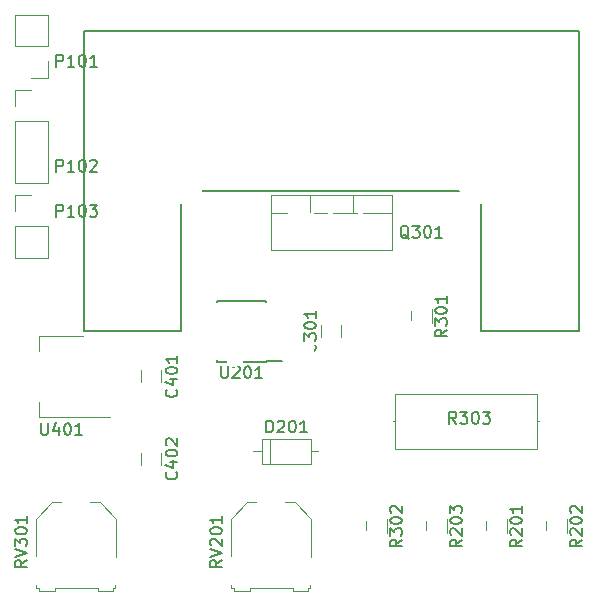
<source format=gto>
G04 #@! TF.FileFunction,Legend,Top*
%FSLAX46Y46*%
G04 Gerber Fmt 4.6, Leading zero omitted, Abs format (unit mm)*
G04 Created by KiCad (PCBNEW 4.0.5) date Wed Mar  1 21:50:55 2017*
%MOMM*%
%LPD*%
G01*
G04 APERTURE LIST*
%ADD10C,0.150000*%
%ADD11C,0.120000*%
%ADD12R,1.650000X1.900000*%
%ADD13R,2.000000X2.000000*%
%ADD14O,2.000000X2.000000*%
%ADD15R,2.100000X2.100000*%
%ADD16O,2.100000X2.100000*%
%ADD17R,2.200000X2.200000*%
%ADD18O,2.200000X2.200000*%
%ADD19R,1.700000X1.900000*%
%ADD20C,2.800000*%
%ADD21O,2.800000X2.800000*%
%ADD22C,2.900000*%
%ADD23R,1.950000X1.000000*%
%ADD24R,2.400000X4.200000*%
%ADD25R,2.400000X1.900000*%
%ADD26C,3.956000*%
%ADD27C,1.289000*%
%ADD28C,1.543000*%
G04 APERTURE END LIST*
D10*
D11*
X136310000Y-71890000D02*
X136310000Y-72890000D01*
X138010000Y-72890000D02*
X138010000Y-71890000D01*
X122770000Y-76700000D02*
X122770000Y-75700000D01*
X121070000Y-75700000D02*
X121070000Y-76700000D01*
X122770000Y-83685000D02*
X122770000Y-82685000D01*
X121070000Y-82685000D02*
X121070000Y-83685000D01*
X131290000Y-81490000D02*
X131290000Y-83610000D01*
X131290000Y-83610000D02*
X135410000Y-83610000D01*
X135410000Y-83610000D02*
X135410000Y-81490000D01*
X135410000Y-81490000D02*
X131290000Y-81490000D01*
X130520000Y-82550000D02*
X131290000Y-82550000D01*
X136180000Y-82550000D02*
X135410000Y-82550000D01*
X131950000Y-81490000D02*
X131950000Y-83610000D01*
X113150000Y-48260000D02*
X113150000Y-45600000D01*
X113150000Y-45600000D02*
X110370000Y-45600000D01*
X110370000Y-45600000D02*
X110370000Y-48260000D01*
X110370000Y-48260000D02*
X113150000Y-48260000D01*
X113150000Y-49530000D02*
X113150000Y-50920000D01*
X113150000Y-50920000D02*
X111760000Y-50920000D01*
X110370000Y-54610000D02*
X110370000Y-59810000D01*
X110370000Y-59810000D02*
X113150000Y-59810000D01*
X113150000Y-59810000D02*
X113150000Y-54610000D01*
X113150000Y-54610000D02*
X110370000Y-54610000D01*
X110370000Y-53340000D02*
X110370000Y-51950000D01*
X110370000Y-51950000D02*
X111760000Y-51950000D01*
X110370000Y-63500000D02*
X110370000Y-66160000D01*
X110370000Y-66160000D02*
X113150000Y-66160000D01*
X113150000Y-66160000D02*
X113150000Y-63500000D01*
X113150000Y-63500000D02*
X110370000Y-63500000D01*
X110370000Y-62230000D02*
X110370000Y-60840000D01*
X110370000Y-60840000D02*
X111760000Y-60840000D01*
X132040000Y-60880000D02*
X142280000Y-60880000D01*
X132040000Y-65521000D02*
X142280000Y-65521000D01*
X132040000Y-60880000D02*
X132040000Y-65521000D01*
X142280000Y-60880000D02*
X142280000Y-65521000D01*
X132040000Y-62390000D02*
X142280000Y-62390000D01*
X135310000Y-60880000D02*
X135310000Y-62390000D01*
X139011000Y-60880000D02*
X139011000Y-62390000D01*
X150250000Y-89500000D02*
X150250000Y-88300000D01*
X152010000Y-88300000D02*
X152010000Y-89500000D01*
X155330000Y-89500000D02*
X155330000Y-88300000D01*
X157090000Y-88300000D02*
X157090000Y-89500000D01*
X145170000Y-89500000D02*
X145170000Y-88300000D01*
X146930000Y-88300000D02*
X146930000Y-89500000D01*
X143900000Y-71720000D02*
X143900000Y-70520000D01*
X145660000Y-70520000D02*
X145660000Y-71720000D01*
X140090000Y-89500000D02*
X140090000Y-88300000D01*
X141850000Y-88300000D02*
X141850000Y-89500000D01*
X142580000Y-77700000D02*
X142580000Y-82320000D01*
X142580000Y-82320000D02*
X154600000Y-82320000D01*
X154600000Y-82320000D02*
X154600000Y-77700000D01*
X154600000Y-77700000D02*
X142580000Y-77700000D01*
X142350000Y-80010000D02*
X142580000Y-80010000D01*
X154830000Y-80010000D02*
X154600000Y-80010000D01*
X135390000Y-93860000D02*
X135390000Y-94110000D01*
X135390000Y-94110000D02*
X135140000Y-94110000D01*
X135140000Y-94110000D02*
X135140000Y-94360000D01*
X135140000Y-94360000D02*
X133890000Y-94360000D01*
X133890000Y-94360000D02*
X133890000Y-94110000D01*
X133890000Y-94110000D02*
X130240000Y-94110000D01*
X130240000Y-94110000D02*
X130240000Y-94360000D01*
X130240000Y-94360000D02*
X128940000Y-94360000D01*
X128940000Y-94360000D02*
X128940000Y-94110000D01*
X128940000Y-94110000D02*
X128640000Y-94110000D01*
X128640000Y-94110000D02*
X128640000Y-93860000D01*
X133190000Y-86810000D02*
X134090000Y-86810000D01*
X134090000Y-86810000D02*
X135440000Y-88310000D01*
X135440000Y-88310000D02*
X135440000Y-91610000D01*
X128640000Y-91610000D02*
X128640000Y-88260000D01*
X128640000Y-88260000D02*
X129990000Y-86810000D01*
X129990000Y-86810000D02*
X130890000Y-86810000D01*
X118880000Y-93860000D02*
X118880000Y-94110000D01*
X118880000Y-94110000D02*
X118630000Y-94110000D01*
X118630000Y-94110000D02*
X118630000Y-94360000D01*
X118630000Y-94360000D02*
X117380000Y-94360000D01*
X117380000Y-94360000D02*
X117380000Y-94110000D01*
X117380000Y-94110000D02*
X113730000Y-94110000D01*
X113730000Y-94110000D02*
X113730000Y-94360000D01*
X113730000Y-94360000D02*
X112430000Y-94360000D01*
X112430000Y-94360000D02*
X112430000Y-94110000D01*
X112430000Y-94110000D02*
X112130000Y-94110000D01*
X112130000Y-94110000D02*
X112130000Y-93860000D01*
X116680000Y-86810000D02*
X117580000Y-86810000D01*
X117580000Y-86810000D02*
X118930000Y-88310000D01*
X118930000Y-88310000D02*
X118930000Y-91610000D01*
X112130000Y-91610000D02*
X112130000Y-88260000D01*
X112130000Y-88260000D02*
X113480000Y-86810000D01*
X113480000Y-86810000D02*
X114380000Y-86810000D01*
D10*
X131615000Y-74965000D02*
X131615000Y-74915000D01*
X127465000Y-74965000D02*
X127465000Y-74820000D01*
X127465000Y-69815000D02*
X127465000Y-69960000D01*
X131615000Y-69815000D02*
X131615000Y-69960000D01*
X131615000Y-74965000D02*
X127465000Y-74965000D01*
X131615000Y-69815000D02*
X127465000Y-69815000D01*
X131615000Y-74915000D02*
X133015000Y-74915000D01*
D11*
X112390000Y-72790000D02*
X112390000Y-74050000D01*
X112390000Y-79610000D02*
X112390000Y-78350000D01*
X116150000Y-72790000D02*
X112390000Y-72790000D01*
X118400000Y-79610000D02*
X112390000Y-79610000D01*
D10*
X124460000Y-61214000D02*
X124460000Y-72390000D01*
X124460000Y-72390000D02*
X116205000Y-72390000D01*
X116205000Y-72390000D02*
X116205000Y-46990000D01*
X116205000Y-46990000D02*
X158115000Y-46990000D01*
X148590000Y-60477400D02*
X125780800Y-60477400D01*
X158115000Y-46990000D02*
X158115000Y-72390000D01*
X158115000Y-72390000D02*
X149860000Y-72390000D01*
X149860000Y-72390000D02*
X149860000Y-61595000D01*
X135767143Y-73509047D02*
X135814762Y-73556666D01*
X135862381Y-73699523D01*
X135862381Y-73794761D01*
X135814762Y-73937619D01*
X135719524Y-74032857D01*
X135624286Y-74080476D01*
X135433810Y-74128095D01*
X135290952Y-74128095D01*
X135100476Y-74080476D01*
X135005238Y-74032857D01*
X134910000Y-73937619D01*
X134862381Y-73794761D01*
X134862381Y-73699523D01*
X134910000Y-73556666D01*
X134957619Y-73509047D01*
X134862381Y-73175714D02*
X134862381Y-72556666D01*
X135243333Y-72890000D01*
X135243333Y-72747142D01*
X135290952Y-72651904D01*
X135338571Y-72604285D01*
X135433810Y-72556666D01*
X135671905Y-72556666D01*
X135767143Y-72604285D01*
X135814762Y-72651904D01*
X135862381Y-72747142D01*
X135862381Y-73032857D01*
X135814762Y-73128095D01*
X135767143Y-73175714D01*
X134862381Y-71937619D02*
X134862381Y-71842380D01*
X134910000Y-71747142D01*
X134957619Y-71699523D01*
X135052857Y-71651904D01*
X135243333Y-71604285D01*
X135481429Y-71604285D01*
X135671905Y-71651904D01*
X135767143Y-71699523D01*
X135814762Y-71747142D01*
X135862381Y-71842380D01*
X135862381Y-71937619D01*
X135814762Y-72032857D01*
X135767143Y-72080476D01*
X135671905Y-72128095D01*
X135481429Y-72175714D01*
X135243333Y-72175714D01*
X135052857Y-72128095D01*
X134957619Y-72080476D01*
X134910000Y-72032857D01*
X134862381Y-71937619D01*
X135862381Y-70651904D02*
X135862381Y-71223333D01*
X135862381Y-70937619D02*
X134862381Y-70937619D01*
X135005238Y-71032857D01*
X135100476Y-71128095D01*
X135148095Y-71223333D01*
X124027143Y-77319047D02*
X124074762Y-77366666D01*
X124122381Y-77509523D01*
X124122381Y-77604761D01*
X124074762Y-77747619D01*
X123979524Y-77842857D01*
X123884286Y-77890476D01*
X123693810Y-77938095D01*
X123550952Y-77938095D01*
X123360476Y-77890476D01*
X123265238Y-77842857D01*
X123170000Y-77747619D01*
X123122381Y-77604761D01*
X123122381Y-77509523D01*
X123170000Y-77366666D01*
X123217619Y-77319047D01*
X123455714Y-76461904D02*
X124122381Y-76461904D01*
X123074762Y-76700000D02*
X123789048Y-76938095D01*
X123789048Y-76319047D01*
X123122381Y-75747619D02*
X123122381Y-75652380D01*
X123170000Y-75557142D01*
X123217619Y-75509523D01*
X123312857Y-75461904D01*
X123503333Y-75414285D01*
X123741429Y-75414285D01*
X123931905Y-75461904D01*
X124027143Y-75509523D01*
X124074762Y-75557142D01*
X124122381Y-75652380D01*
X124122381Y-75747619D01*
X124074762Y-75842857D01*
X124027143Y-75890476D01*
X123931905Y-75938095D01*
X123741429Y-75985714D01*
X123503333Y-75985714D01*
X123312857Y-75938095D01*
X123217619Y-75890476D01*
X123170000Y-75842857D01*
X123122381Y-75747619D01*
X124122381Y-74461904D02*
X124122381Y-75033333D01*
X124122381Y-74747619D02*
X123122381Y-74747619D01*
X123265238Y-74842857D01*
X123360476Y-74938095D01*
X123408095Y-75033333D01*
X124027143Y-84304047D02*
X124074762Y-84351666D01*
X124122381Y-84494523D01*
X124122381Y-84589761D01*
X124074762Y-84732619D01*
X123979524Y-84827857D01*
X123884286Y-84875476D01*
X123693810Y-84923095D01*
X123550952Y-84923095D01*
X123360476Y-84875476D01*
X123265238Y-84827857D01*
X123170000Y-84732619D01*
X123122381Y-84589761D01*
X123122381Y-84494523D01*
X123170000Y-84351666D01*
X123217619Y-84304047D01*
X123455714Y-83446904D02*
X124122381Y-83446904D01*
X123074762Y-83685000D02*
X123789048Y-83923095D01*
X123789048Y-83304047D01*
X123122381Y-82732619D02*
X123122381Y-82637380D01*
X123170000Y-82542142D01*
X123217619Y-82494523D01*
X123312857Y-82446904D01*
X123503333Y-82399285D01*
X123741429Y-82399285D01*
X123931905Y-82446904D01*
X124027143Y-82494523D01*
X124074762Y-82542142D01*
X124122381Y-82637380D01*
X124122381Y-82732619D01*
X124074762Y-82827857D01*
X124027143Y-82875476D01*
X123931905Y-82923095D01*
X123741429Y-82970714D01*
X123503333Y-82970714D01*
X123312857Y-82923095D01*
X123217619Y-82875476D01*
X123170000Y-82827857D01*
X123122381Y-82732619D01*
X123217619Y-82018333D02*
X123170000Y-81970714D01*
X123122381Y-81875476D01*
X123122381Y-81637380D01*
X123170000Y-81542142D01*
X123217619Y-81494523D01*
X123312857Y-81446904D01*
X123408095Y-81446904D01*
X123550952Y-81494523D01*
X124122381Y-82065952D01*
X124122381Y-81446904D01*
X131659524Y-80942381D02*
X131659524Y-79942381D01*
X131897619Y-79942381D01*
X132040477Y-79990000D01*
X132135715Y-80085238D01*
X132183334Y-80180476D01*
X132230953Y-80370952D01*
X132230953Y-80513810D01*
X132183334Y-80704286D01*
X132135715Y-80799524D01*
X132040477Y-80894762D01*
X131897619Y-80942381D01*
X131659524Y-80942381D01*
X132611905Y-80037619D02*
X132659524Y-79990000D01*
X132754762Y-79942381D01*
X132992858Y-79942381D01*
X133088096Y-79990000D01*
X133135715Y-80037619D01*
X133183334Y-80132857D01*
X133183334Y-80228095D01*
X133135715Y-80370952D01*
X132564286Y-80942381D01*
X133183334Y-80942381D01*
X133802381Y-79942381D02*
X133897620Y-79942381D01*
X133992858Y-79990000D01*
X134040477Y-80037619D01*
X134088096Y-80132857D01*
X134135715Y-80323333D01*
X134135715Y-80561429D01*
X134088096Y-80751905D01*
X134040477Y-80847143D01*
X133992858Y-80894762D01*
X133897620Y-80942381D01*
X133802381Y-80942381D01*
X133707143Y-80894762D01*
X133659524Y-80847143D01*
X133611905Y-80751905D01*
X133564286Y-80561429D01*
X133564286Y-80323333D01*
X133611905Y-80132857D01*
X133659524Y-80037619D01*
X133707143Y-79990000D01*
X133802381Y-79942381D01*
X135088096Y-80942381D02*
X134516667Y-80942381D01*
X134802381Y-80942381D02*
X134802381Y-79942381D01*
X134707143Y-80085238D01*
X134611905Y-80180476D01*
X134516667Y-80228095D01*
X113879524Y-49982381D02*
X113879524Y-48982381D01*
X114260477Y-48982381D01*
X114355715Y-49030000D01*
X114403334Y-49077619D01*
X114450953Y-49172857D01*
X114450953Y-49315714D01*
X114403334Y-49410952D01*
X114355715Y-49458571D01*
X114260477Y-49506190D01*
X113879524Y-49506190D01*
X115403334Y-49982381D02*
X114831905Y-49982381D01*
X115117619Y-49982381D02*
X115117619Y-48982381D01*
X115022381Y-49125238D01*
X114927143Y-49220476D01*
X114831905Y-49268095D01*
X116022381Y-48982381D02*
X116117620Y-48982381D01*
X116212858Y-49030000D01*
X116260477Y-49077619D01*
X116308096Y-49172857D01*
X116355715Y-49363333D01*
X116355715Y-49601429D01*
X116308096Y-49791905D01*
X116260477Y-49887143D01*
X116212858Y-49934762D01*
X116117620Y-49982381D01*
X116022381Y-49982381D01*
X115927143Y-49934762D01*
X115879524Y-49887143D01*
X115831905Y-49791905D01*
X115784286Y-49601429D01*
X115784286Y-49363333D01*
X115831905Y-49172857D01*
X115879524Y-49077619D01*
X115927143Y-49030000D01*
X116022381Y-48982381D01*
X117308096Y-49982381D02*
X116736667Y-49982381D01*
X117022381Y-49982381D02*
X117022381Y-48982381D01*
X116927143Y-49125238D01*
X116831905Y-49220476D01*
X116736667Y-49268095D01*
X113879524Y-58872381D02*
X113879524Y-57872381D01*
X114260477Y-57872381D01*
X114355715Y-57920000D01*
X114403334Y-57967619D01*
X114450953Y-58062857D01*
X114450953Y-58205714D01*
X114403334Y-58300952D01*
X114355715Y-58348571D01*
X114260477Y-58396190D01*
X113879524Y-58396190D01*
X115403334Y-58872381D02*
X114831905Y-58872381D01*
X115117619Y-58872381D02*
X115117619Y-57872381D01*
X115022381Y-58015238D01*
X114927143Y-58110476D01*
X114831905Y-58158095D01*
X116022381Y-57872381D02*
X116117620Y-57872381D01*
X116212858Y-57920000D01*
X116260477Y-57967619D01*
X116308096Y-58062857D01*
X116355715Y-58253333D01*
X116355715Y-58491429D01*
X116308096Y-58681905D01*
X116260477Y-58777143D01*
X116212858Y-58824762D01*
X116117620Y-58872381D01*
X116022381Y-58872381D01*
X115927143Y-58824762D01*
X115879524Y-58777143D01*
X115831905Y-58681905D01*
X115784286Y-58491429D01*
X115784286Y-58253333D01*
X115831905Y-58062857D01*
X115879524Y-57967619D01*
X115927143Y-57920000D01*
X116022381Y-57872381D01*
X116736667Y-57967619D02*
X116784286Y-57920000D01*
X116879524Y-57872381D01*
X117117620Y-57872381D01*
X117212858Y-57920000D01*
X117260477Y-57967619D01*
X117308096Y-58062857D01*
X117308096Y-58158095D01*
X117260477Y-58300952D01*
X116689048Y-58872381D01*
X117308096Y-58872381D01*
X113879524Y-62682381D02*
X113879524Y-61682381D01*
X114260477Y-61682381D01*
X114355715Y-61730000D01*
X114403334Y-61777619D01*
X114450953Y-61872857D01*
X114450953Y-62015714D01*
X114403334Y-62110952D01*
X114355715Y-62158571D01*
X114260477Y-62206190D01*
X113879524Y-62206190D01*
X115403334Y-62682381D02*
X114831905Y-62682381D01*
X115117619Y-62682381D02*
X115117619Y-61682381D01*
X115022381Y-61825238D01*
X114927143Y-61920476D01*
X114831905Y-61968095D01*
X116022381Y-61682381D02*
X116117620Y-61682381D01*
X116212858Y-61730000D01*
X116260477Y-61777619D01*
X116308096Y-61872857D01*
X116355715Y-62063333D01*
X116355715Y-62301429D01*
X116308096Y-62491905D01*
X116260477Y-62587143D01*
X116212858Y-62634762D01*
X116117620Y-62682381D01*
X116022381Y-62682381D01*
X115927143Y-62634762D01*
X115879524Y-62587143D01*
X115831905Y-62491905D01*
X115784286Y-62301429D01*
X115784286Y-62063333D01*
X115831905Y-61872857D01*
X115879524Y-61777619D01*
X115927143Y-61730000D01*
X116022381Y-61682381D01*
X116689048Y-61682381D02*
X117308096Y-61682381D01*
X116974762Y-62063333D01*
X117117620Y-62063333D01*
X117212858Y-62110952D01*
X117260477Y-62158571D01*
X117308096Y-62253810D01*
X117308096Y-62491905D01*
X117260477Y-62587143D01*
X117212858Y-62634762D01*
X117117620Y-62682381D01*
X116831905Y-62682381D01*
X116736667Y-62634762D01*
X116689048Y-62587143D01*
X143732381Y-64555619D02*
X143637143Y-64508000D01*
X143541905Y-64412762D01*
X143399048Y-64269905D01*
X143303809Y-64222286D01*
X143208571Y-64222286D01*
X143256190Y-64460381D02*
X143160952Y-64412762D01*
X143065714Y-64317524D01*
X143018095Y-64127048D01*
X143018095Y-63793714D01*
X143065714Y-63603238D01*
X143160952Y-63508000D01*
X143256190Y-63460381D01*
X143446667Y-63460381D01*
X143541905Y-63508000D01*
X143637143Y-63603238D01*
X143684762Y-63793714D01*
X143684762Y-64127048D01*
X143637143Y-64317524D01*
X143541905Y-64412762D01*
X143446667Y-64460381D01*
X143256190Y-64460381D01*
X144018095Y-63460381D02*
X144637143Y-63460381D01*
X144303809Y-63841333D01*
X144446667Y-63841333D01*
X144541905Y-63888952D01*
X144589524Y-63936571D01*
X144637143Y-64031810D01*
X144637143Y-64269905D01*
X144589524Y-64365143D01*
X144541905Y-64412762D01*
X144446667Y-64460381D01*
X144160952Y-64460381D01*
X144065714Y-64412762D01*
X144018095Y-64365143D01*
X145256190Y-63460381D02*
X145351429Y-63460381D01*
X145446667Y-63508000D01*
X145494286Y-63555619D01*
X145541905Y-63650857D01*
X145589524Y-63841333D01*
X145589524Y-64079429D01*
X145541905Y-64269905D01*
X145494286Y-64365143D01*
X145446667Y-64412762D01*
X145351429Y-64460381D01*
X145256190Y-64460381D01*
X145160952Y-64412762D01*
X145113333Y-64365143D01*
X145065714Y-64269905D01*
X145018095Y-64079429D01*
X145018095Y-63841333D01*
X145065714Y-63650857D01*
X145113333Y-63555619D01*
X145160952Y-63508000D01*
X145256190Y-63460381D01*
X146541905Y-64460381D02*
X145970476Y-64460381D01*
X146256190Y-64460381D02*
X146256190Y-63460381D01*
X146160952Y-63603238D01*
X146065714Y-63698476D01*
X145970476Y-63746095D01*
X153282381Y-90019047D02*
X152806190Y-90352381D01*
X153282381Y-90590476D02*
X152282381Y-90590476D01*
X152282381Y-90209523D01*
X152330000Y-90114285D01*
X152377619Y-90066666D01*
X152472857Y-90019047D01*
X152615714Y-90019047D01*
X152710952Y-90066666D01*
X152758571Y-90114285D01*
X152806190Y-90209523D01*
X152806190Y-90590476D01*
X152377619Y-89638095D02*
X152330000Y-89590476D01*
X152282381Y-89495238D01*
X152282381Y-89257142D01*
X152330000Y-89161904D01*
X152377619Y-89114285D01*
X152472857Y-89066666D01*
X152568095Y-89066666D01*
X152710952Y-89114285D01*
X153282381Y-89685714D01*
X153282381Y-89066666D01*
X152282381Y-88447619D02*
X152282381Y-88352380D01*
X152330000Y-88257142D01*
X152377619Y-88209523D01*
X152472857Y-88161904D01*
X152663333Y-88114285D01*
X152901429Y-88114285D01*
X153091905Y-88161904D01*
X153187143Y-88209523D01*
X153234762Y-88257142D01*
X153282381Y-88352380D01*
X153282381Y-88447619D01*
X153234762Y-88542857D01*
X153187143Y-88590476D01*
X153091905Y-88638095D01*
X152901429Y-88685714D01*
X152663333Y-88685714D01*
X152472857Y-88638095D01*
X152377619Y-88590476D01*
X152330000Y-88542857D01*
X152282381Y-88447619D01*
X153282381Y-87161904D02*
X153282381Y-87733333D01*
X153282381Y-87447619D02*
X152282381Y-87447619D01*
X152425238Y-87542857D01*
X152520476Y-87638095D01*
X152568095Y-87733333D01*
X158362381Y-90019047D02*
X157886190Y-90352381D01*
X158362381Y-90590476D02*
X157362381Y-90590476D01*
X157362381Y-90209523D01*
X157410000Y-90114285D01*
X157457619Y-90066666D01*
X157552857Y-90019047D01*
X157695714Y-90019047D01*
X157790952Y-90066666D01*
X157838571Y-90114285D01*
X157886190Y-90209523D01*
X157886190Y-90590476D01*
X157457619Y-89638095D02*
X157410000Y-89590476D01*
X157362381Y-89495238D01*
X157362381Y-89257142D01*
X157410000Y-89161904D01*
X157457619Y-89114285D01*
X157552857Y-89066666D01*
X157648095Y-89066666D01*
X157790952Y-89114285D01*
X158362381Y-89685714D01*
X158362381Y-89066666D01*
X157362381Y-88447619D02*
X157362381Y-88352380D01*
X157410000Y-88257142D01*
X157457619Y-88209523D01*
X157552857Y-88161904D01*
X157743333Y-88114285D01*
X157981429Y-88114285D01*
X158171905Y-88161904D01*
X158267143Y-88209523D01*
X158314762Y-88257142D01*
X158362381Y-88352380D01*
X158362381Y-88447619D01*
X158314762Y-88542857D01*
X158267143Y-88590476D01*
X158171905Y-88638095D01*
X157981429Y-88685714D01*
X157743333Y-88685714D01*
X157552857Y-88638095D01*
X157457619Y-88590476D01*
X157410000Y-88542857D01*
X157362381Y-88447619D01*
X157457619Y-87733333D02*
X157410000Y-87685714D01*
X157362381Y-87590476D01*
X157362381Y-87352380D01*
X157410000Y-87257142D01*
X157457619Y-87209523D01*
X157552857Y-87161904D01*
X157648095Y-87161904D01*
X157790952Y-87209523D01*
X158362381Y-87780952D01*
X158362381Y-87161904D01*
X148202381Y-90019047D02*
X147726190Y-90352381D01*
X148202381Y-90590476D02*
X147202381Y-90590476D01*
X147202381Y-90209523D01*
X147250000Y-90114285D01*
X147297619Y-90066666D01*
X147392857Y-90019047D01*
X147535714Y-90019047D01*
X147630952Y-90066666D01*
X147678571Y-90114285D01*
X147726190Y-90209523D01*
X147726190Y-90590476D01*
X147297619Y-89638095D02*
X147250000Y-89590476D01*
X147202381Y-89495238D01*
X147202381Y-89257142D01*
X147250000Y-89161904D01*
X147297619Y-89114285D01*
X147392857Y-89066666D01*
X147488095Y-89066666D01*
X147630952Y-89114285D01*
X148202381Y-89685714D01*
X148202381Y-89066666D01*
X147202381Y-88447619D02*
X147202381Y-88352380D01*
X147250000Y-88257142D01*
X147297619Y-88209523D01*
X147392857Y-88161904D01*
X147583333Y-88114285D01*
X147821429Y-88114285D01*
X148011905Y-88161904D01*
X148107143Y-88209523D01*
X148154762Y-88257142D01*
X148202381Y-88352380D01*
X148202381Y-88447619D01*
X148154762Y-88542857D01*
X148107143Y-88590476D01*
X148011905Y-88638095D01*
X147821429Y-88685714D01*
X147583333Y-88685714D01*
X147392857Y-88638095D01*
X147297619Y-88590476D01*
X147250000Y-88542857D01*
X147202381Y-88447619D01*
X147202381Y-87780952D02*
X147202381Y-87161904D01*
X147583333Y-87495238D01*
X147583333Y-87352380D01*
X147630952Y-87257142D01*
X147678571Y-87209523D01*
X147773810Y-87161904D01*
X148011905Y-87161904D01*
X148107143Y-87209523D01*
X148154762Y-87257142D01*
X148202381Y-87352380D01*
X148202381Y-87638095D01*
X148154762Y-87733333D01*
X148107143Y-87780952D01*
X146932381Y-72239047D02*
X146456190Y-72572381D01*
X146932381Y-72810476D02*
X145932381Y-72810476D01*
X145932381Y-72429523D01*
X145980000Y-72334285D01*
X146027619Y-72286666D01*
X146122857Y-72239047D01*
X146265714Y-72239047D01*
X146360952Y-72286666D01*
X146408571Y-72334285D01*
X146456190Y-72429523D01*
X146456190Y-72810476D01*
X145932381Y-71905714D02*
X145932381Y-71286666D01*
X146313333Y-71620000D01*
X146313333Y-71477142D01*
X146360952Y-71381904D01*
X146408571Y-71334285D01*
X146503810Y-71286666D01*
X146741905Y-71286666D01*
X146837143Y-71334285D01*
X146884762Y-71381904D01*
X146932381Y-71477142D01*
X146932381Y-71762857D01*
X146884762Y-71858095D01*
X146837143Y-71905714D01*
X145932381Y-70667619D02*
X145932381Y-70572380D01*
X145980000Y-70477142D01*
X146027619Y-70429523D01*
X146122857Y-70381904D01*
X146313333Y-70334285D01*
X146551429Y-70334285D01*
X146741905Y-70381904D01*
X146837143Y-70429523D01*
X146884762Y-70477142D01*
X146932381Y-70572380D01*
X146932381Y-70667619D01*
X146884762Y-70762857D01*
X146837143Y-70810476D01*
X146741905Y-70858095D01*
X146551429Y-70905714D01*
X146313333Y-70905714D01*
X146122857Y-70858095D01*
X146027619Y-70810476D01*
X145980000Y-70762857D01*
X145932381Y-70667619D01*
X146932381Y-69381904D02*
X146932381Y-69953333D01*
X146932381Y-69667619D02*
X145932381Y-69667619D01*
X146075238Y-69762857D01*
X146170476Y-69858095D01*
X146218095Y-69953333D01*
X143122381Y-90019047D02*
X142646190Y-90352381D01*
X143122381Y-90590476D02*
X142122381Y-90590476D01*
X142122381Y-90209523D01*
X142170000Y-90114285D01*
X142217619Y-90066666D01*
X142312857Y-90019047D01*
X142455714Y-90019047D01*
X142550952Y-90066666D01*
X142598571Y-90114285D01*
X142646190Y-90209523D01*
X142646190Y-90590476D01*
X142122381Y-89685714D02*
X142122381Y-89066666D01*
X142503333Y-89400000D01*
X142503333Y-89257142D01*
X142550952Y-89161904D01*
X142598571Y-89114285D01*
X142693810Y-89066666D01*
X142931905Y-89066666D01*
X143027143Y-89114285D01*
X143074762Y-89161904D01*
X143122381Y-89257142D01*
X143122381Y-89542857D01*
X143074762Y-89638095D01*
X143027143Y-89685714D01*
X142122381Y-88447619D02*
X142122381Y-88352380D01*
X142170000Y-88257142D01*
X142217619Y-88209523D01*
X142312857Y-88161904D01*
X142503333Y-88114285D01*
X142741429Y-88114285D01*
X142931905Y-88161904D01*
X143027143Y-88209523D01*
X143074762Y-88257142D01*
X143122381Y-88352380D01*
X143122381Y-88447619D01*
X143074762Y-88542857D01*
X143027143Y-88590476D01*
X142931905Y-88638095D01*
X142741429Y-88685714D01*
X142503333Y-88685714D01*
X142312857Y-88638095D01*
X142217619Y-88590476D01*
X142170000Y-88542857D01*
X142122381Y-88447619D01*
X142217619Y-87733333D02*
X142170000Y-87685714D01*
X142122381Y-87590476D01*
X142122381Y-87352380D01*
X142170000Y-87257142D01*
X142217619Y-87209523D01*
X142312857Y-87161904D01*
X142408095Y-87161904D01*
X142550952Y-87209523D01*
X143122381Y-87780952D01*
X143122381Y-87161904D01*
X147724953Y-80208381D02*
X147391619Y-79732190D01*
X147153524Y-80208381D02*
X147153524Y-79208381D01*
X147534477Y-79208381D01*
X147629715Y-79256000D01*
X147677334Y-79303619D01*
X147724953Y-79398857D01*
X147724953Y-79541714D01*
X147677334Y-79636952D01*
X147629715Y-79684571D01*
X147534477Y-79732190D01*
X147153524Y-79732190D01*
X148058286Y-79208381D02*
X148677334Y-79208381D01*
X148344000Y-79589333D01*
X148486858Y-79589333D01*
X148582096Y-79636952D01*
X148629715Y-79684571D01*
X148677334Y-79779810D01*
X148677334Y-80017905D01*
X148629715Y-80113143D01*
X148582096Y-80160762D01*
X148486858Y-80208381D01*
X148201143Y-80208381D01*
X148105905Y-80160762D01*
X148058286Y-80113143D01*
X149296381Y-79208381D02*
X149391620Y-79208381D01*
X149486858Y-79256000D01*
X149534477Y-79303619D01*
X149582096Y-79398857D01*
X149629715Y-79589333D01*
X149629715Y-79827429D01*
X149582096Y-80017905D01*
X149534477Y-80113143D01*
X149486858Y-80160762D01*
X149391620Y-80208381D01*
X149296381Y-80208381D01*
X149201143Y-80160762D01*
X149153524Y-80113143D01*
X149105905Y-80017905D01*
X149058286Y-79827429D01*
X149058286Y-79589333D01*
X149105905Y-79398857D01*
X149153524Y-79303619D01*
X149201143Y-79256000D01*
X149296381Y-79208381D01*
X149963048Y-79208381D02*
X150582096Y-79208381D01*
X150248762Y-79589333D01*
X150391620Y-79589333D01*
X150486858Y-79636952D01*
X150534477Y-79684571D01*
X150582096Y-79779810D01*
X150582096Y-80017905D01*
X150534477Y-80113143D01*
X150486858Y-80160762D01*
X150391620Y-80208381D01*
X150105905Y-80208381D01*
X150010667Y-80160762D01*
X149963048Y-80113143D01*
X127892381Y-91757619D02*
X127416190Y-92090953D01*
X127892381Y-92329048D02*
X126892381Y-92329048D01*
X126892381Y-91948095D01*
X126940000Y-91852857D01*
X126987619Y-91805238D01*
X127082857Y-91757619D01*
X127225714Y-91757619D01*
X127320952Y-91805238D01*
X127368571Y-91852857D01*
X127416190Y-91948095D01*
X127416190Y-92329048D01*
X126892381Y-91471905D02*
X127892381Y-91138572D01*
X126892381Y-90805238D01*
X126987619Y-90519524D02*
X126940000Y-90471905D01*
X126892381Y-90376667D01*
X126892381Y-90138571D01*
X126940000Y-90043333D01*
X126987619Y-89995714D01*
X127082857Y-89948095D01*
X127178095Y-89948095D01*
X127320952Y-89995714D01*
X127892381Y-90567143D01*
X127892381Y-89948095D01*
X126892381Y-89329048D02*
X126892381Y-89233809D01*
X126940000Y-89138571D01*
X126987619Y-89090952D01*
X127082857Y-89043333D01*
X127273333Y-88995714D01*
X127511429Y-88995714D01*
X127701905Y-89043333D01*
X127797143Y-89090952D01*
X127844762Y-89138571D01*
X127892381Y-89233809D01*
X127892381Y-89329048D01*
X127844762Y-89424286D01*
X127797143Y-89471905D01*
X127701905Y-89519524D01*
X127511429Y-89567143D01*
X127273333Y-89567143D01*
X127082857Y-89519524D01*
X126987619Y-89471905D01*
X126940000Y-89424286D01*
X126892381Y-89329048D01*
X127892381Y-88043333D02*
X127892381Y-88614762D01*
X127892381Y-88329048D02*
X126892381Y-88329048D01*
X127035238Y-88424286D01*
X127130476Y-88519524D01*
X127178095Y-88614762D01*
X111382381Y-91757619D02*
X110906190Y-92090953D01*
X111382381Y-92329048D02*
X110382381Y-92329048D01*
X110382381Y-91948095D01*
X110430000Y-91852857D01*
X110477619Y-91805238D01*
X110572857Y-91757619D01*
X110715714Y-91757619D01*
X110810952Y-91805238D01*
X110858571Y-91852857D01*
X110906190Y-91948095D01*
X110906190Y-92329048D01*
X110382381Y-91471905D02*
X111382381Y-91138572D01*
X110382381Y-90805238D01*
X110382381Y-90567143D02*
X110382381Y-89948095D01*
X110763333Y-90281429D01*
X110763333Y-90138571D01*
X110810952Y-90043333D01*
X110858571Y-89995714D01*
X110953810Y-89948095D01*
X111191905Y-89948095D01*
X111287143Y-89995714D01*
X111334762Y-90043333D01*
X111382381Y-90138571D01*
X111382381Y-90424286D01*
X111334762Y-90519524D01*
X111287143Y-90567143D01*
X110382381Y-89329048D02*
X110382381Y-89233809D01*
X110430000Y-89138571D01*
X110477619Y-89090952D01*
X110572857Y-89043333D01*
X110763333Y-88995714D01*
X111001429Y-88995714D01*
X111191905Y-89043333D01*
X111287143Y-89090952D01*
X111334762Y-89138571D01*
X111382381Y-89233809D01*
X111382381Y-89329048D01*
X111334762Y-89424286D01*
X111287143Y-89471905D01*
X111191905Y-89519524D01*
X111001429Y-89567143D01*
X110763333Y-89567143D01*
X110572857Y-89519524D01*
X110477619Y-89471905D01*
X110430000Y-89424286D01*
X110382381Y-89329048D01*
X111382381Y-88043333D02*
X111382381Y-88614762D01*
X111382381Y-88329048D02*
X110382381Y-88329048D01*
X110525238Y-88424286D01*
X110620476Y-88519524D01*
X110668095Y-88614762D01*
X127825714Y-75342381D02*
X127825714Y-76151905D01*
X127873333Y-76247143D01*
X127920952Y-76294762D01*
X128016190Y-76342381D01*
X128206667Y-76342381D01*
X128301905Y-76294762D01*
X128349524Y-76247143D01*
X128397143Y-76151905D01*
X128397143Y-75342381D01*
X128825714Y-75437619D02*
X128873333Y-75390000D01*
X128968571Y-75342381D01*
X129206667Y-75342381D01*
X129301905Y-75390000D01*
X129349524Y-75437619D01*
X129397143Y-75532857D01*
X129397143Y-75628095D01*
X129349524Y-75770952D01*
X128778095Y-76342381D01*
X129397143Y-76342381D01*
X130016190Y-75342381D02*
X130111429Y-75342381D01*
X130206667Y-75390000D01*
X130254286Y-75437619D01*
X130301905Y-75532857D01*
X130349524Y-75723333D01*
X130349524Y-75961429D01*
X130301905Y-76151905D01*
X130254286Y-76247143D01*
X130206667Y-76294762D01*
X130111429Y-76342381D01*
X130016190Y-76342381D01*
X129920952Y-76294762D01*
X129873333Y-76247143D01*
X129825714Y-76151905D01*
X129778095Y-75961429D01*
X129778095Y-75723333D01*
X129825714Y-75532857D01*
X129873333Y-75437619D01*
X129920952Y-75390000D01*
X130016190Y-75342381D01*
X131301905Y-76342381D02*
X130730476Y-76342381D01*
X131016190Y-76342381D02*
X131016190Y-75342381D01*
X130920952Y-75485238D01*
X130825714Y-75580476D01*
X130730476Y-75628095D01*
X112585714Y-80152381D02*
X112585714Y-80961905D01*
X112633333Y-81057143D01*
X112680952Y-81104762D01*
X112776190Y-81152381D01*
X112966667Y-81152381D01*
X113061905Y-81104762D01*
X113109524Y-81057143D01*
X113157143Y-80961905D01*
X113157143Y-80152381D01*
X114061905Y-80485714D02*
X114061905Y-81152381D01*
X113823809Y-80104762D02*
X113585714Y-80819048D01*
X114204762Y-80819048D01*
X114776190Y-80152381D02*
X114871429Y-80152381D01*
X114966667Y-80200000D01*
X115014286Y-80247619D01*
X115061905Y-80342857D01*
X115109524Y-80533333D01*
X115109524Y-80771429D01*
X115061905Y-80961905D01*
X115014286Y-81057143D01*
X114966667Y-81104762D01*
X114871429Y-81152381D01*
X114776190Y-81152381D01*
X114680952Y-81104762D01*
X114633333Y-81057143D01*
X114585714Y-80961905D01*
X114538095Y-80771429D01*
X114538095Y-80533333D01*
X114585714Y-80342857D01*
X114633333Y-80247619D01*
X114680952Y-80200000D01*
X114776190Y-80152381D01*
X116061905Y-81152381D02*
X115490476Y-81152381D01*
X115776190Y-81152381D02*
X115776190Y-80152381D01*
X115680952Y-80295238D01*
X115585714Y-80390476D01*
X115490476Y-80438095D01*
%LPC*%
D12*
X137160000Y-73640000D03*
X137160000Y-71140000D03*
X121920000Y-74950000D03*
X121920000Y-77450000D03*
X121920000Y-81935000D03*
X121920000Y-84435000D03*
D13*
X129540000Y-82550000D03*
D14*
X137160000Y-82550000D03*
D15*
X111760000Y-49530000D03*
D16*
X111760000Y-46990000D03*
D15*
X111760000Y-53340000D03*
D16*
X111760000Y-55880000D03*
X111760000Y-58420000D03*
D15*
X111760000Y-62230000D03*
D16*
X111760000Y-64770000D03*
D17*
X134620000Y-63500000D03*
D18*
X137160000Y-63500000D03*
X139700000Y-63500000D03*
D19*
X151130000Y-87550000D03*
X151130000Y-90250000D03*
X156210000Y-87550000D03*
X156210000Y-90250000D03*
X146050000Y-87550000D03*
X146050000Y-90250000D03*
X144780000Y-69770000D03*
X144780000Y-72470000D03*
X140970000Y-87550000D03*
X140970000Y-90250000D03*
D20*
X140970000Y-80010000D03*
D21*
X156210000Y-80010000D03*
D22*
X132040000Y-87670000D03*
X134540000Y-92710000D03*
X129540000Y-92710000D03*
X115530000Y-87670000D03*
X118030000Y-92710000D03*
X113030000Y-92710000D03*
D23*
X132240000Y-74295000D03*
X132240000Y-73025000D03*
X132240000Y-71755000D03*
X132240000Y-70485000D03*
X126840000Y-70485000D03*
X126840000Y-71755000D03*
X126840000Y-73025000D03*
X126840000Y-74295000D03*
D24*
X111150000Y-76200000D03*
D25*
X117450000Y-76200000D03*
X117450000Y-73900000D03*
X117450000Y-78500000D03*
D26*
X149860000Y-59690000D03*
X124460000Y-59690000D03*
D27*
X121920000Y-79502000D03*
X150876000Y-61976000D03*
X130556000Y-65024000D03*
X134112000Y-73152000D03*
X148844000Y-73152000D03*
X135128000Y-74168000D03*
X128524000Y-73152000D03*
X145796000Y-93980000D03*
X143256000Y-71628000D03*
X128524000Y-70612000D03*
D28*
X146304000Y-75692000D03*
X136144000Y-75692000D03*
X129032000Y-74676000D03*
X124968000Y-74168000D03*
X119380000Y-76200000D03*
M02*

</source>
